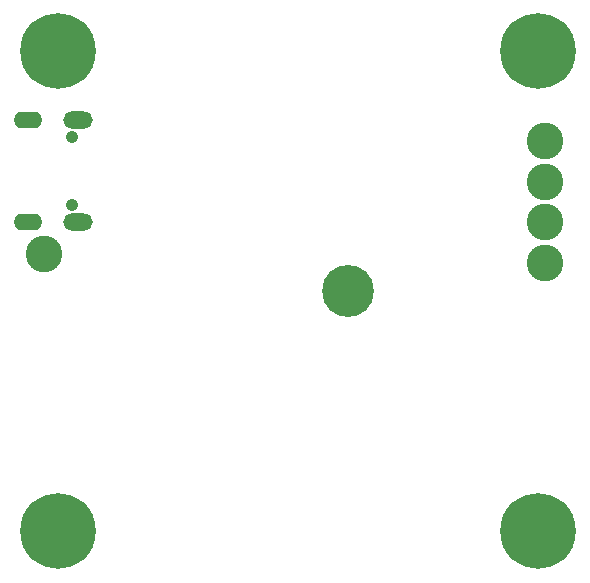
<source format=gbr>
G04 #@! TF.GenerationSoftware,KiCad,Pcbnew,5.99.0-unknown-d90d73416~104~ubuntu18.04.1*
G04 #@! TF.CreationDate,2020-10-29T17:21:16+01:00*
G04 #@! TF.ProjectId,TFGPS01A,54464750-5330-4314-912e-6b696361645f,REV*
G04 #@! TF.SameCoordinates,Original*
G04 #@! TF.FileFunction,Soldermask,Top*
G04 #@! TF.FilePolarity,Negative*
%FSLAX46Y46*%
G04 Gerber Fmt 4.6, Leading zero omitted, Abs format (unit mm)*
G04 Created by KiCad (PCBNEW 5.99.0-unknown-d90d73416~104~ubuntu18.04.1) date 2020-10-29 17:21:16*
%MOMM*%
%LPD*%
G01*
G04 APERTURE LIST*
%ADD10C,6.400000*%
%ADD11C,4.400000*%
%ADD12O,2.400000X1.400000*%
%ADD13O,2.500000X1.450000*%
%ADD14C,1.050000*%
%ADD15C,3.100000*%
G04 APERTURE END LIST*
D10*
X45720000Y5080000D03*
X5080000Y5080000D03*
X45720000Y45720000D03*
D11*
X29626000Y25450000D03*
D10*
X5080000Y45720000D03*
D12*
X2540000Y31240000D03*
X2540000Y39880000D03*
D13*
X6720000Y31240000D03*
X6720000Y39880000D03*
D14*
X6220000Y38450000D03*
X6220000Y32670000D03*
D15*
X46260000Y27813000D03*
X46260000Y31242000D03*
X46260000Y38100000D03*
X46260000Y34671000D03*
X3905000Y28575000D03*
M02*

</source>
